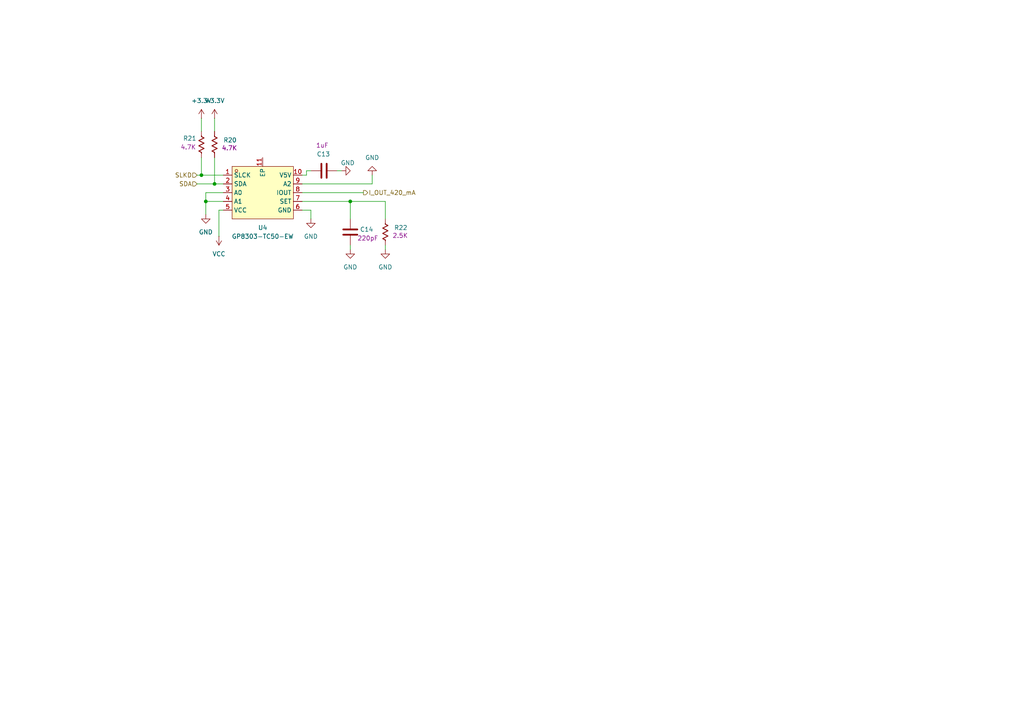
<source format=kicad_sch>
(kicad_sch (version 20250114) (generator "eeschema") (generator_version "9.0")
  (paper "A4")
  (lib_symbols
    (symbol "PCM_Capacitor_AKL:C_0805" (pin_numbers (hide yes)) (pin_names (offset 0.254))
      (property "Reference" "C" (at 0.635 2.54 0))
      (property "Value" "C_0805" (at 0.635 -2.54 0))
      (symbol "C_0805_0_1"
        (polyline (pts (xy -2.032 0.762) (xy 2.032 0.762)) (stroke (width 0.508)))
        (polyline (pts (xy -2.032 -0.762) (xy 2.032 -0.762)) (stroke (width 0.508)))
      )
      (symbol "C_0805_0_2"
        (polyline (pts (xy -2.54 -2.54) (xy -0.381 -0.381)))
        (polyline (pts (xy -0.508 -0.508) (xy -1.651 0.635)) (stroke (width 0.508)))
        (polyline (pts (xy -0.508 -0.508) (xy 0.635 -1.651)) (stroke (width 0.508)))
        (polyline (pts (xy 0.381 0.381) (xy 2.54 2.54)))
        (polyline (pts (xy 0.508 0.508) (xy -0.635 1.651)) (stroke (width 0.508)))
        (polyline (pts (xy 0.508 0.508) (xy 1.651 -0.635)) (stroke (width 0.508)))
      )
      (symbol "C_0805_1_1"
        (pin passive line (at 0 3.81 270) (length 2.794) (name "~") (number "1"))
        (pin passive line (at 0 -3.81 90) (length 2.794) (name "~") (number "2"))
      )
      (symbol "C_0805_1_2"
        (pin passive line (at -2.54 -2.54 90) (length 0) (name "~") (number "2"))
        (pin passive line (at 2.54 2.54 270) (length 0) (name "~") (number "1"))
      )
    )
    (symbol "PCM_Resistor_US_AKL:R_0603" (pin_numbers (hide yes)) (pin_names (offset 0))
      (property "Reference" "R" (at 2.54 1.27 0))
      (property "Value" "R_0603" (at 2.54 -1.27 0))
      (symbol "R_0603_0_1"
        (polyline (pts (xy 0 2.286) (xy 0 2.54)) (stroke (width 0.254)))
        (polyline (pts (xy 0 2.286) (xy 0.762 1.905) (xy -0.762 1.143) (xy 0 0.762) (xy 0.762 0.381) (xy 0 0) (xy -0.762 -0.381) (xy 0 -0.762) (xy 0.762 -1.143) (xy 0 -1.524) (xy -0.762 -1.905) (xy 0 -2.286)) (stroke (width 0.254)))
        (polyline (pts (xy 0 -2.286) (xy 0 -2.54)) (stroke (width 0.254)))
      )
      (symbol "R_0603_0_2"
        (polyline (pts (xy -2.54 -2.54) (xy -1.778 -1.778)))
        (polyline (pts (xy -1.778 -1.778) (xy -1.524 -1.524)) (stroke (width 0.254)))
        (polyline (pts (xy -1.524 -1.524) (xy -1.778 -0.762) (xy -1.016 -1.016)) (stroke (width 0.254)))
        (polyline (pts (xy -0.508 -0.508) (xy -0.762 0.254) (xy 0 0)) (stroke (width 0.254)))
        (polyline (pts (xy -0.508 -0.508) (xy -0.254 -1.27) (xy -1.016 -1.016)) (stroke (width 0.254)))
        (polyline (pts (xy 0.508 0.508) (xy 0.254 1.27) (xy 1.016 1.016)) (stroke (width 0.254)))
        (polyline (pts (xy 0.508 0.508) (xy 0.762 -0.254) (xy 0 0)) (stroke (width 0.254)))
        (polyline (pts (xy 1.524 1.524) (xy 1.778 0.762) (xy 1.016 1.016)) (stroke (width 0.254)))
        (polyline (pts (xy 1.778 1.778) (xy 1.524 1.524)) (stroke (width 0.254)))
        (polyline (pts (xy 1.778 1.778) (xy 2.54 2.54)))
      )
      (symbol "R_0603_1_1"
        (pin passive line (at 0 3.81 270) (length 1.27) (name "~") (number "1"))
        (pin passive line (at 0 -3.81 90) (length 1.27) (name "~") (number "2"))
      )
      (symbol "R_0603_1_2"
        (pin passive line (at -2.54 -2.54 0) (length 0) (name "") (number "2"))
        (pin passive line (at 2.54 2.54 180) (length 0) (name "") (number "1"))
      )
    )
    (symbol "PUENTE DIODO:GP8303-TC50-EW"
      (property "Reference" "U" (at 0 15.24 0))
      (property "Value" "GP8303-TC50-EW" (at 0 -10.16 0))
      (symbol "GP8303-TC50-EW_0_1"
        (rectangle (start -8.89 7.62) (end 8.89 -7.62) (fill (type background)))
        (circle (center -7.62 6.35) (radius 0.38))
        (pin unspecified line (at -11.43 5.08 0) (length 2.54) (name "SLCK") (number "1"))
        (pin unspecified line (at -11.43 2.54 0) (length 2.54) (name "SDA") (number "2"))
        (pin unspecified line (at -11.43 0 0) (length 2.54) (name "A0") (number "3"))
        (pin unspecified line (at -11.43 -2.54 0) (length 2.54) (name "A1") (number "4"))
        (pin unspecified line (at -11.43 -5.08 0) (length 2.54) (name "VCC") (number "5"))
        (pin unspecified line (at 0 10.16 270) (length 2.54) (name "EP") (number "11"))
        (pin unspecified line (at 11.43 5.08 180) (length 2.54) (name "V5V") (number "10"))
        (pin unspecified line (at 11.43 2.54 180) (length 2.54) (name "A2") (number "9"))
        (pin unspecified line (at 11.43 0 180) (length 2.54) (name "IOUT") (number "8"))
        (pin unspecified line (at 11.43 -2.54 180) (length 2.54) (name "SET") (number "7"))
        (pin unspecified line (at 11.43 -5.08 180) (length 2.54) (name "GND") (number "6"))
      )
    )
    (symbol "power:+3.3V" (power) (pin_numbers (hide yes)) (pin_names (offset 0) (hide yes))
      (property "Value" "+3.3V" (at 0 3.556 0))
      (symbol "+3.3V_0_1"
        (polyline (pts (xy -0.762 1.27) (xy 0 2.54)))
        (polyline (pts (xy 0 2.54) (xy 0.762 1.27)))
        (polyline (pts (xy 0 0) (xy 0 2.54)))
      )
      (symbol "+3.3V_1_1"
        (pin power_in line (at 0 0 90) (length 0) (name "~") (number "1"))
      )
    )
    (symbol "power:GND" (power) (pin_numbers (hide yes)) (pin_names (offset 0) (hide yes))
      (property "Value" "GND" (at 0 -3.81 0))
      (symbol "GND_0_1"
        (polyline (pts (xy 0 0) (xy 0 -1.27) (xy 1.27 -1.27) (xy 0 -2.54) (xy -1.27 -1.27) (xy 0 -1.27)))
      )
      (symbol "GND_1_1"
        (pin power_in line (at 0 0 270) (length 0) (name "~") (number "1"))
      )
    )
    (symbol "power:VCC" (power) (pin_numbers (hide yes)) (pin_names (offset 0) (hide yes))
      (property "Value" "VCC" (at 0 3.556 0))
      (symbol "VCC_0_1"
        (polyline (pts (xy -0.762 1.27) (xy 0 2.54)))
        (polyline (pts (xy 0 2.54) (xy 0.762 1.27)))
        (polyline (pts (xy 0 0) (xy 0 2.54)))
      )
      (symbol "VCC_1_1"
        (pin power_in line (at 0 0 90) (length 0) (name "~") (number "1"))
      )
    )
  )
  (junction (at 58.42 50.8))
  (junction (at 59.69 58.42))
  (junction (at 62.23 53.34))
  (junction (at 101.6 58.42))
  (wire (pts (xy 59.69 58.42) (xy 64.77 58.42)))
  (wire (pts (xy 87.63 53.34) (xy 107.95 53.34)))
  (wire (pts (xy 57.15 53.34) (xy 62.23 53.34)))
  (wire (pts (xy 111.76 58.42) (xy 111.76 63.5)))
  (wire (pts (xy 88.9 49.53) (xy 88.9 50.8)))
  (wire (pts (xy 62.23 53.34) (xy 64.77 53.34)))
  (wire (pts (xy 90.17 49.53) (xy 88.9 49.53)))
  (wire (pts (xy 58.42 34.29) (xy 58.42 38.1)))
  (wire (pts (xy 90.17 60.96) (xy 90.17 63.5)))
  (wire (pts (xy 57.15 50.8) (xy 58.42 50.8)))
  (wire (pts (xy 101.6 58.42) (xy 101.6 63.5)))
  (wire (pts (xy 63.5 60.96) (xy 64.77 60.96)))
  (wire (pts (xy 59.69 58.42) (xy 59.69 62.23)))
  (wire (pts (xy 107.95 50.8) (xy 107.95 53.34)))
  (wire (pts (xy 87.63 60.96) (xy 90.17 60.96)))
  (wire (pts (xy 58.42 50.8) (xy 64.77 50.8)))
  (wire (pts (xy 87.63 58.42) (xy 101.6 58.42)))
  (wire (pts (xy 88.9 50.8) (xy 87.63 50.8)))
  (wire (pts (xy 97.79 49.53) (xy 99.06 49.53)))
  (wire (pts (xy 101.6 58.42) (xy 111.76 58.42)))
  (wire (pts (xy 64.77 55.88) (xy 59.69 55.88)))
  (wire (pts (xy 62.23 34.29) (xy 62.23 38.1)))
  (wire (pts (xy 58.42 45.72) (xy 58.42 50.8)))
  (wire (pts (xy 63.5 68.58) (xy 63.5 60.96)))
  (wire (pts (xy 101.6 71.12) (xy 101.6 72.39)))
  (wire (pts (xy 111.76 71.12) (xy 111.76 72.39)))
  (wire (pts (xy 59.69 55.88) (xy 59.69 58.42)))
  (wire (pts (xy 87.63 55.88) (xy 105.41 55.88)))
  (wire (pts (xy 62.23 45.72) (xy 62.23 53.34)))
  (hierarchical_label "SDA" (shape input) (at 57.15 53.34 180))
  (hierarchical_label "SLKD" (shape input) (at 57.15 50.8 180))
  (hierarchical_label "I_OUT_420_mA" (shape output) (at 105.41 55.88 0))
  (symbol (lib_id "PCM_Resistor_US_AKL:R_0603") (at 62.23 41.91 180) (unit 1)
    (property "Reference" "R20" (at 64.77 40.6399 0) (effects (justify right)))
    (property "Value" "R_0603" (effects (hide yes)))
    (property "Footprint" "PCM_Resistor_SMD_AKL:R_0603_1608Metric" (effects (hide yes)))
    (property "Description" "SMD 0603 Chip Resistor, US Symbol, Alternate KiCad Library" (effects (hide yes)))
    (property "Field5" "4.7K" (at 66.548 42.926 0))
  )
  (symbol (lib_id "power:GND") (at 101.6 72.39 0) (unit 1)
    (property "Reference" "#PWR046" (effects (hide yes)))
    (property "Value" "GND" (at 101.6 77.47 0))
    (property "Description" "Power symbol creates a global label with name \"GND\" , ground" (effects (hide yes)))
  )
  (symbol (lib_id "power:GND") (at 99.06 49.53 90) (unit 1)
    (property "Reference" "#PWR045" (effects (hide yes)))
    (property "Value" "GND" (at 98.806 47.244 90) (effects (justify right)))
    (property "Description" "Power symbol creates a global label with name \"GND\" , ground" (effects (hide yes)))
  )
  (symbol (lib_id "power:GND") (at 111.76 72.39 0) (unit 1)
    (property "Reference" "#PWR047" (effects (hide yes)))
    (property "Value" "GND" (at 111.76 77.47 0))
    (property "Description" "Power symbol creates a global label with name \"GND\" , ground" (effects (hide yes)))
  )
  (symbol (lib_id "power:+3.3V") (at 62.23 34.29 0) (unit 1)
    (property "Reference" "#PWR040" (effects (hide yes)))
    (property "Value" "+3.3V" (at 62.23 29.21 0))
    (property "Description" "Power symbol creates a global label with name \"+3.3V\"" (effects (hide yes)))
  )
  (symbol (lib_id "PCM_Resistor_US_AKL:R_0603") (at 111.76 67.31 180) (unit 1)
    (property "Reference" "R22" (at 114.3 66.0399 0) (effects (justify right)))
    (property "Value" "R_0603" (effects (hide yes)))
    (property "Footprint" "PCM_Resistor_SMD_AKL:R_0603_1608Metric" (effects (hide yes)))
    (property "Description" "SMD 0603 Chip Resistor, US Symbol, Alternate KiCad Library" (effects (hide yes)))
    (property "Field5" "2.5K" (at 116.078 68.326 0))
  )
  (symbol (lib_id "PUENTE DIODO:GP8303-TC50-EW") (at 76.2 55.88 0) (unit 1)
    (property "Reference" "U4" (at 76.2 66.04 0))
    (property "Value" "GP8303-TC50-EW" (at 76.2 68.58 0))
    (property "Footprint" "Battery:GP8303" (effects (hide yes)))
    (property "LCSC Part" "C3445809" (effects (hide yes)))
  )
  (symbol (lib_id "power:GND") (at 59.69 62.23 0) (unit 1)
    (property "Reference" "#PWR043" (effects (hide yes)))
    (property "Value" "GND" (at 59.69 67.31 0))
    (property "Description" "Power symbol creates a global label with name \"GND\" , ground" (effects (hide yes)))
  )
  (symbol (lib_id "power:VCC") (at 63.5 68.58 180) (unit 1)
    (property "Reference" "#PWR044" (effects (hide yes)))
    (property "Value" "VCC" (at 63.5 73.66 0))
    (property "Description" "Power symbol creates a global label with name \"VCC\"" (effects (hide yes)))
  )
  (symbol (lib_id "PCM_Resistor_US_AKL:R_0603") (at 58.42 41.91 180) (unit 1)
    (property "Reference" "R21" (at 53.086 40.132 0) (effects (justify right)))
    (property "Value" "R_0603" (effects (hide yes)))
    (property "Footprint" "PCM_Resistor_SMD_AKL:R_0603_1608Metric" (effects (hide yes)))
    (property "Description" "SMD 0603 Chip Resistor, US Symbol, Alternate KiCad Library" (effects (hide yes)))
    (property "Field5" "4.7K" (at 54.61 42.672 0))
  )
  (symbol (lib_id "power:GND") (at 90.17 63.5 0) (unit 1)
    (property "Reference" "#PWR042" (effects (hide yes)))
    (property "Value" "GND" (at 90.17 68.58 0))
    (property "Description" "Power symbol creates a global label with name \"GND\" , ground" (effects (hide yes)))
  )
  (symbol (lib_id "power:GND") (at 107.95 50.8 180) (unit 1)
    (property "Reference" "#PWR039" (effects (hide yes)))
    (property "Value" "GND" (at 107.95 45.72 0))
    (property "Description" "Power symbol creates a global label with name \"GND\" , ground" (effects (hide yes)))
  )
  (symbol (lib_id "PCM_Capacitor_AKL:C_0805") (at 93.98 49.53 90) (unit 1)
    (property "Reference" "C13" (at 95.758 44.704 90) (effects (justify left)))
    (property "Value" "C_0805" (effects (hide yes)))
    (property "Footprint" "PCM_Capacitor_SMD_AKL:C_0805_2012Metric" (effects (hide yes)))
    (property "Description" "SMD 0805 MLCC capacitor, Alternate KiCad Library" (effects (hide yes)))
    (property "Capacidad" "1uF" (at 93.472 42.164 90))
  )
  (symbol (lib_id "PCM_Capacitor_AKL:C_0805") (at 101.6 67.31 180) (unit 1)
    (property "Reference" "C14" (at 104.394 66.548 0) (effects (justify right)))
    (property "Value" "C_0805" (effects (hide yes)))
    (property "Footprint" "PCM_Capacitor_SMD_AKL:C_0805_2012Metric" (effects (hide yes)))
    (property "Description" "SMD 0805 MLCC capacitor, Alternate KiCad Library" (effects (hide yes)))
    (property "Capacidad" "220pF" (at 106.68 69.088 0))
  )
  (symbol (lib_id "power:+3.3V") (at 58.42 34.29 0) (unit 1)
    (property "Reference" "#PWR041" (effects (hide yes)))
    (property "Value" "+3.3V" (at 58.42 29.21 0))
    (property "Description" "Power symbol creates a global label with name \"+3.3V\"" (effects (hide yes)))
  )
)
</source>
